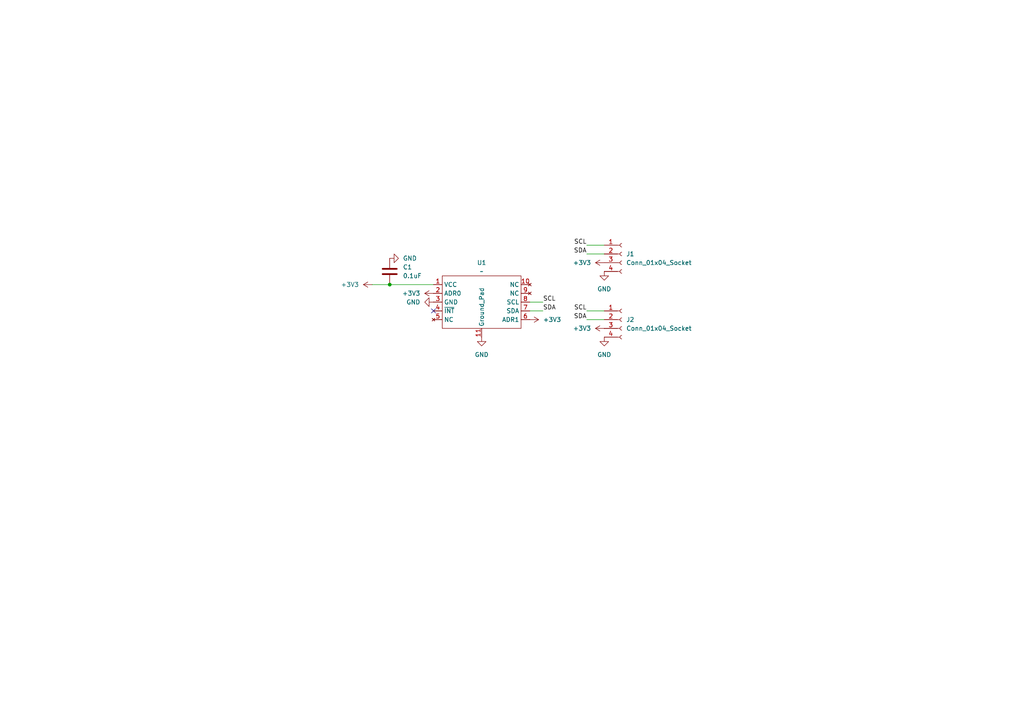
<source format=kicad_sch>
(kicad_sch (version 20231120) (generator "eeschema") (generator_version "8.0")
  (paper "A4")
  (lib_symbols
    (symbol "Allegro:ALS31300"
      (property "Reference" "U1" (at 0 20.32 0))
      (property "Value" "~" (at 0 17.78 0))
      (symbol "ALS31300_0_1"
        (rectangle (start -11.43 16.51) (end 11.43 1.27))
      )
      (symbol "ALS31300_1_1"
        (pin input line (at -13.97 13.97 0) (length 2.54) (name "VCC") (number "1"))
        (pin no_connect line (at 13.97 13.97 180) (length 2.54) (name "NC") (number "10"))
        (pin input line (at 0 -1.27 90) (length 2.54) (name "Ground_Pad") (number "11"))
        (pin input line (at -13.97 11.43 0) (length 2.54) (name "ADR0") (number "2"))
        (pin input line (at -13.97 8.89 0) (length 2.54) (name "GND") (number "3"))
        (pin input line (at -13.97 6.35 0) (length 2.54) (name "~{INT}") (number "4"))
        (pin no_connect line (at -13.97 3.81 0) (length 2.54) (name "NC") (number "5"))
        (pin input line (at 13.97 3.81 180) (length 2.54) (name "ADR1") (number "6"))
        (pin input line (at 13.97 6.35 180) (length 2.54) (name "SDA") (number "7"))
        (pin input line (at 13.97 8.89 180) (length 2.54) (name "SCL") (number "8"))
        (pin no_connect line (at 13.97 11.43 180) (length 2.54) (name "NC") (number "9"))
      )
    )
    (symbol "Connector:Conn_01x04_Socket" (pin_names (offset 1.016) hide)
      (property "Reference" "J" (at 0 5.08 0))
      (property "Value" "Conn_01x04_Socket" (at 0 -7.62 0))
      (symbol "Conn_01x04_Socket_1_1"
        (arc (start 0 -4.572) (mid -0.5058 -5.08) (end 0 -5.588) (stroke (width 0.1524)))
        (arc (start 0 -2.032) (mid -0.5058 -2.54) (end 0 -3.048) (stroke (width 0.1524)))
        (polyline (pts (xy -1.27 -5.08) (xy -0.508 -5.08)) (stroke (width 0.1524)))
        (polyline (pts (xy -1.27 -2.54) (xy -0.508 -2.54)) (stroke (width 0.1524)))
        (polyline (pts (xy -1.27 0) (xy -0.508 0)) (stroke (width 0.1524)))
        (polyline (pts (xy -1.27 2.54) (xy -0.508 2.54)) (stroke (width 0.1524)))
        (arc (start 0 0.508) (mid -0.5058 0) (end 0 -0.508) (stroke (width 0.1524)))
        (arc (start 0 3.048) (mid -0.5058 2.54) (end 0 2.032) (stroke (width 0.1524)))
        (pin passive line (at -5.08 2.54 0) (length 3.81) (name "Pin_1") (number "1"))
        (pin passive line (at -5.08 0 0) (length 3.81) (name "Pin_2") (number "2"))
        (pin passive line (at -5.08 -2.54 0) (length 3.81) (name "Pin_3") (number "3"))
        (pin passive line (at -5.08 -5.08 0) (length 3.81) (name "Pin_4") (number "4"))
      )
    )
    (symbol "Device:C" (pin_numbers hide) (pin_names (offset 0.254))
      (property "Reference" "C" (at 0.635 2.54 0))
      (property "Value" "C" (at 0.635 -2.54 0))
      (symbol "C_0_1"
        (polyline (pts (xy -2.032 -0.762) (xy 2.032 -0.762)) (stroke (width 0.508)))
        (polyline (pts (xy -2.032 0.762) (xy 2.032 0.762)) (stroke (width 0.508)))
      )
      (symbol "C_1_1"
        (pin passive line (at 0 3.81 270) (length 2.794) (name "~") (number "1"))
        (pin passive line (at 0 -3.81 90) (length 2.794) (name "~") (number "2"))
      )
    )
    (symbol "power:+3V3" (power) (pin_numbers hide) (pin_names (offset 0) hide)
      (property "Value" "+3V3" (at 0 3.556 0))
      (symbol "+3V3_0_1"
        (polyline (pts (xy -0.762 1.27) (xy 0 2.54)))
        (polyline (pts (xy 0 0) (xy 0 2.54)))
        (polyline (pts (xy 0 2.54) (xy 0.762 1.27)))
      )
      (symbol "+3V3_1_1"
        (pin power_in line (at 0 0 90) (length 0) (name "~") (number "1"))
      )
    )
    (symbol "power:GND" (power) (pin_numbers hide) (pin_names (offset 0) hide)
      (property "Value" "GND" (at 0 -3.81 0))
      (symbol "GND_0_1"
        (polyline (pts (xy 0 0) (xy 0 -1.27) (xy 1.27 -1.27) (xy 0 -2.54) (xy -1.27 -1.27) (xy 0 -1.27)))
      )
      (symbol "GND_1_1"
        (pin power_in line (at 0 0 270) (length 0) (name "~") (number "1"))
      )
    )
  )
  (junction (at 113.03 82.55))
  (no_connect (at 125.73 90.17))
  (wire (pts (xy 113.03 82.55) (xy 125.73 82.55)))
  (wire (pts (xy 153.67 87.63) (xy 157.48 87.63)))
  (wire (pts (xy 153.67 90.17) (xy 157.48 90.17)))
  (wire (pts (xy 170.18 92.71) (xy 175.26 92.71)))
  (wire (pts (xy 170.18 71.12) (xy 175.26 71.12)))
  (wire (pts (xy 170.18 90.17) (xy 175.26 90.17)))
  (wire (pts (xy 170.18 73.66) (xy 175.26 73.66)))
  (wire (pts (xy 107.95 82.55) (xy 113.03 82.55)))
  (label "SDA" (at 170.18 73.66 180))
  (label "SCL" (at 170.18 71.12 180))
  (label "SDA" (at 170.18 92.71 180))
  (label "SCL" (at 157.48 87.63 0))
  (label "SCL" (at 170.18 90.17 180))
  (label "SDA" (at 157.48 90.17 0))
  (symbol (lib_id "Connector:Conn_01x04_Socket") (at 180.34 73.66 0) (unit 1)
    (property "Reference" "J1" (at 181.61 73.6599 0) (effects (justify left)))
    (property "Value" "Conn_01x04_Socket" (at 181.61 76.1999 0) (effects (justify left)))
    (property "Footprint" "Connector_JST:JST_PH_B4B-PH-K_1x04_P2.00mm_Vertical" (effects (hide yes)))
    (property "Description" "Generic connector, single row, 01x04, script generated" (effects (hide yes)))
  )
  (symbol (lib_id "Allegro:ALS31300") (at 139.7 96.52 0) (unit 1)
    (property "Reference" "U1" (at 139.7 76.2 0))
    (property "Value" "~" (at 139.7 78.74 0))
    (property "Footprint" "Allegro:DFN-10-EJ" (effects (hide yes)))
  )
  (symbol (lib_id "Connector:Conn_01x04_Socket") (at 180.34 92.71 0) (unit 1)
    (property "Reference" "J2" (at 181.61 92.7099 0) (effects (justify left)))
    (property "Value" "Conn_01x04_Socket" (at 181.61 95.2499 0) (effects (justify left)))
    (property "Footprint" "Connector_JST:JST_PH_B4B-PH-K_1x04_P2.00mm_Vertical" (effects (hide yes)))
    (property "Description" "Generic connector, single row, 01x04, script generated" (effects (hide yes)))
  )
  (symbol (lib_id "power:GND") (at 139.7 97.79 0) (unit 1)
    (property "Reference" "#PWR010" (effects (hide yes)))
    (property "Value" "GND" (at 139.7 102.87 0))
    (property "Description" "Power symbol creates a global label with name \"GND\" , ground" (effects (hide yes)))
  )
  (symbol (lib_id "power:+3V3") (at 153.67 92.71 270) (unit 1)
    (property "Reference" "#PWR07" (effects (hide yes)))
    (property "Value" "+3V3" (at 157.48 92.7099 90) (effects (justify left)))
    (property "Description" "Power symbol creates a global label with name \"+3V3\"" (effects (hide yes)))
  )
  (symbol (lib_id "Device:C") (at 113.03 78.74 0) (unit 1)
    (property "Reference" "C1" (at 116.84 77.4699 0) (effects (justify left)))
    (property "Value" "0.1uF" (at 116.84 80.0099 0) (effects (justify left)))
    (property "Footprint" "Capacitor_SMD:C_0402_1005Metric_Pad0.74x0.62mm_HandSolder" (effects (hide yes)))
    (property "Description" "Unpolarized capacitor" (effects (hide yes)))
  )
  (symbol (lib_id "power:+3V3") (at 175.26 76.2 90) (unit 1)
    (property "Reference" "#PWR01" (effects (hide yes)))
    (property "Value" "+3V3" (at 171.45 76.1999 90) (effects (justify left)))
    (property "Description" "Power symbol creates a global label with name \"+3V3\"" (effects (hide yes)))
  )
  (symbol (lib_id "power:+3V3") (at 107.95 82.55 90) (unit 1)
    (property "Reference" "#PWR02" (effects (hide yes)))
    (property "Value" "+3V3" (at 104.14 82.5499 90) (effects (justify left)))
    (property "Description" "Power symbol creates a global label with name \"+3V3\"" (effects (hide yes)))
  )
  (symbol (lib_id "power:GND") (at 175.26 97.79 0) (unit 1)
    (property "Reference" "#PWR05" (effects (hide yes)))
    (property "Value" "GND" (at 175.26 102.87 0))
    (property "Description" "Power symbol creates a global label with name \"GND\" , ground" (effects (hide yes)))
  )
  (symbol (lib_id "power:GND") (at 113.03 74.93 90) (unit 1)
    (property "Reference" "#PWR08" (effects (hide yes)))
    (property "Value" "GND" (at 116.84 74.9299 90) (effects (justify right)))
    (property "Description" "Power symbol creates a global label with name \"GND\" , ground" (effects (hide yes)))
  )
  (symbol (lib_id "power:GND") (at 175.26 78.74 0) (unit 1)
    (property "Reference" "#PWR04" (effects (hide yes)))
    (property "Value" "GND" (at 175.26 83.82 0))
    (property "Description" "Power symbol creates a global label with name \"GND\" , ground" (effects (hide yes)))
  )
  (symbol (lib_id "power:GND") (at 125.73 87.63 270) (unit 1)
    (property "Reference" "#PWR09" (effects (hide yes)))
    (property "Value" "GND" (at 121.92 87.6299 90) (effects (justify right)))
    (property "Description" "Power symbol creates a global label with name \"GND\" , ground" (effects (hide yes)))
  )
  (symbol (lib_id "power:+3V3") (at 125.73 85.09 90) (unit 1)
    (property "Reference" "#PWR06" (effects (hide yes)))
    (property "Value" "+3V3" (at 121.92 85.0899 90) (effects (justify left)))
    (property "Description" "Power symbol creates a global label with name \"+3V3\"" (effects (hide yes)))
  )
  (symbol (lib_id "power:+3V3") (at 175.26 95.25 90) (unit 1)
    (property "Reference" "#PWR03" (effects (hide yes)))
    (property "Value" "+3V3" (at 171.45 95.2499 90) (effects (justify left)))
    (property "Description" "Power symbol creates a global label with name \"+3V3\"" (effects (hide yes)))
  )
)
</source>
